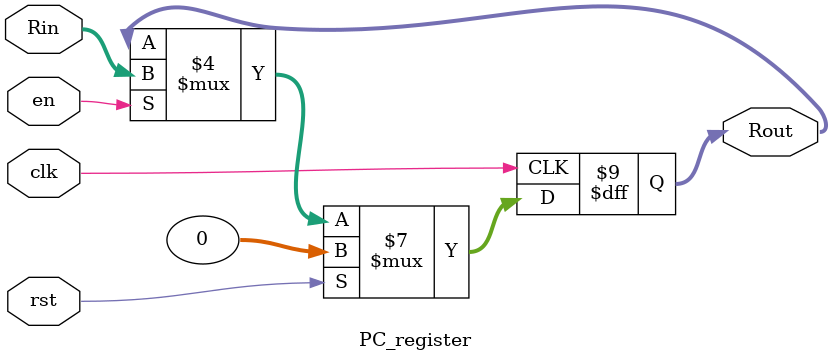
<source format=v>
`timescale 1ns / 1ps

module PC_register(
    input clk,
    input rst,
    input en,
    input[31:0] Rin,
    output reg[31:0] Rout
    );
    
    always @(posedge clk) 
    begin
        if(rst == 1'b1)
            Rout <= 32'd0;
        else if (en == 1'b1) 
            Rout <= Rin; 
    end
    
endmodule

</source>
